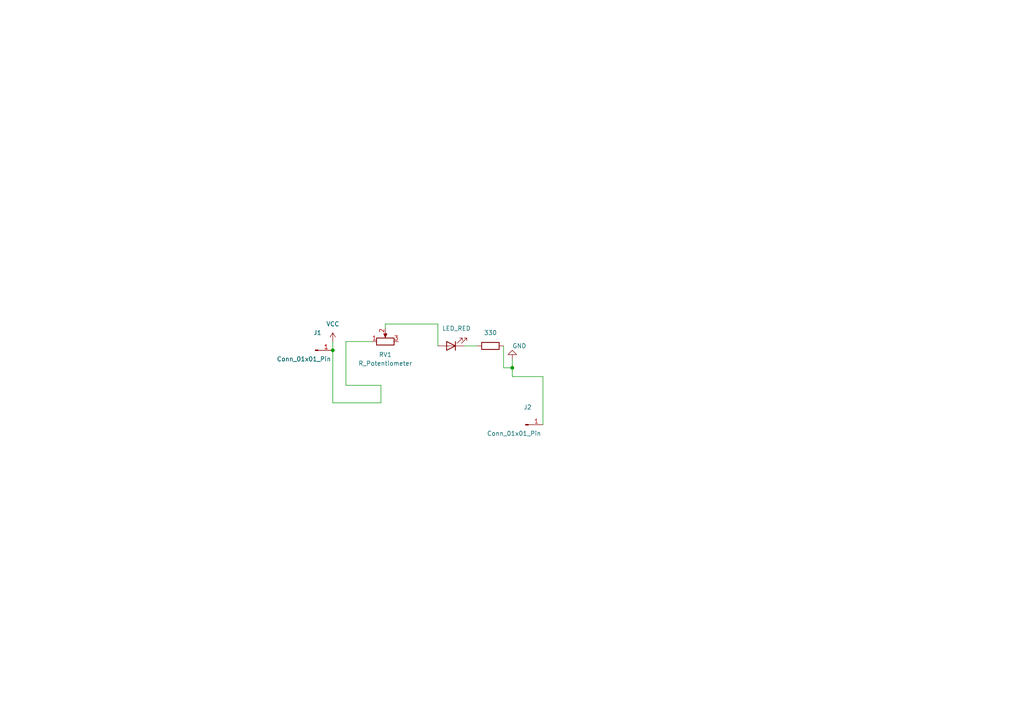
<source format=kicad_sch>
(kicad_sch (version 20231120) (generator "eeschema") (generator_version "8.0")
  (paper "A4")
  (lib_symbols
    (symbol "Connector:Conn_01x01_Pin" (pin_names (offset 1.016) hide)
      (property "Reference" "J" (at 0 2.54 0))
      (property "Value" "Conn_01x01_Pin" (at 0 -2.54 0))
      (symbol "Conn_01x01_Pin_1_1"
        (polyline (pts (xy 1.27 0) (xy 0.8636 0)) (stroke (width 0.1524)))
        (rectangle (start 0.8636 0.127) (end 0 -0.127) (stroke (width 0.1524)) (fill (type outline)))
        (pin passive line (at 5.08 0 180) (length 3.81) (name "Pin_1") (number "1"))
      )
    )
    (symbol "Device:LED" (pin_numbers hide) (pin_names (offset 1.016) hide)
      (property "Reference" "D" (at 0 2.54 0))
      (property "Value" "LED" (at 0 -2.54 0))
      (symbol "LED_0_1"
        (polyline (pts (xy -1.27 -1.27) (xy -1.27 1.27)) (stroke (width 0.254)))
        (polyline (pts (xy -1.27 0) (xy 1.27 0)))
        (polyline (pts (xy 1.27 -1.27) (xy 1.27 1.27) (xy -1.27 0) (xy 1.27 -1.27)) (stroke (width 0.254)))
        (polyline (pts (xy -3.048 -0.762) (xy -4.572 -2.286) (xy -3.81 -2.286) (xy -4.572 -2.286) (xy -4.572 -1.524)))
        (polyline (pts (xy -1.778 -0.762) (xy -3.302 -2.286) (xy -2.54 -2.286) (xy -3.302 -2.286) (xy -3.302 -1.524)))
      )
      (symbol "LED_1_1"
        (pin passive line (at -3.81 0 0) (length 2.54) (name "K") (number "1"))
        (pin passive line (at 3.81 0 180) (length 2.54) (name "A") (number "2"))
      )
    )
    (symbol "Device:R" (pin_numbers hide) (pin_names (offset 0))
      (property "Reference" "R" (at 2.032 0 90))
      (property "Value" "R" (at 0 0 90))
      (symbol "R_0_1"
        (rectangle (start -1.016 -2.54) (end 1.016 2.54) (stroke (width 0.254)))
      )
      (symbol "R_1_1"
        (pin passive line (at 0 3.81 270) (length 1.27) (name "~") (number "1"))
        (pin passive line (at 0 -3.81 90) (length 1.27) (name "~") (number "2"))
      )
    )
    (symbol "Device:R_Potentiometer" (pin_names (offset 1.016) hide)
      (property "Reference" "RV" (at -4.445 0 90))
      (property "Value" "R_Potentiometer" (at -2.54 0 90))
      (symbol "R_Potentiometer_0_1"
        (polyline (pts (xy 2.54 0) (xy 1.524 0)))
        (polyline (pts (xy 1.143 0) (xy 2.286 0.508) (xy 2.286 -0.508) (xy 1.143 0)) (fill (type outline)))
        (rectangle (start 1.016 2.54) (end -1.016 -2.54) (stroke (width 0.254)))
      )
      (symbol "R_Potentiometer_1_1"
        (pin passive line (at 0 3.81 270) (length 1.27) (name "1") (number "1"))
        (pin passive line (at 3.81 0 180) (length 1.27) (name "2") (number "2"))
        (pin passive line (at 0 -3.81 90) (length 1.27) (name "3") (number "3"))
      )
    )
    (symbol "power:GND" (power) (pin_numbers hide) (pin_names (offset 0) hide)
      (property "Value" "GND" (at 0 -3.81 0))
      (symbol "GND_0_1"
        (polyline (pts (xy 0 0) (xy 0 -1.27) (xy 1.27 -1.27) (xy 0 -2.54) (xy -1.27 -1.27) (xy 0 -1.27)))
      )
      (symbol "GND_1_1"
        (pin power_in line (at 0 0 270) (length 0) (name "~") (number "1"))
      )
    )
    (symbol "power:VCC" (power) (pin_numbers hide) (pin_names (offset 0) hide)
      (property "Value" "VCC" (at 0 3.556 0))
      (symbol "VCC_0_1"
        (polyline (pts (xy -0.762 1.27) (xy 0 2.54)))
        (polyline (pts (xy 0 0) (xy 0 2.54)))
        (polyline (pts (xy 0 2.54) (xy 0.762 1.27)))
      )
      (symbol "VCC_1_1"
        (pin power_in line (at 0 0 90) (length 0) (name "~") (number "1"))
      )
    )
  )
  (junction (at 96.52 101.6))
  (junction (at 148.59 106.68))
  (wire (pts (xy 127 93.98) (xy 127 100.33)))
  (wire (pts (xy 96.52 99.06) (xy 96.52 101.6)))
  (wire (pts (xy 146.05 100.33) (xy 146.05 106.68)))
  (wire (pts (xy 146.05 106.68) (xy 148.59 106.68)))
  (wire (pts (xy 96.52 116.84) (xy 110.49 116.84)))
  (wire (pts (xy 148.59 109.22) (xy 148.59 106.68)))
  (wire (pts (xy 100.33 111.76) (xy 110.49 111.76)))
  (wire (pts (xy 100.33 99.06) (xy 100.33 111.76)))
  (wire (pts (xy 134.62 100.33) (xy 138.43 100.33)))
  (wire (pts (xy 96.52 101.6) (xy 96.52 116.84)))
  (wire (pts (xy 157.48 109.22) (xy 148.59 109.22)))
  (wire (pts (xy 148.59 106.68) (xy 148.59 104.14)))
  (wire (pts (xy 110.49 111.76) (xy 110.49 116.84)))
  (wire (pts (xy 111.76 95.25) (xy 111.76 93.98)))
  (wire (pts (xy 107.95 99.06) (xy 100.33 99.06)))
  (wire (pts (xy 157.48 123.19) (xy 157.48 109.22)))
  (wire (pts (xy 111.76 93.98) (xy 127 93.98)))
  (symbol (lib_id "Device:LED") (at 130.81 100.33 180) (unit 1)
    (property "Reference" "D2" (effects (hide yes)))
    (property "Value" "LED_RED" (at 132.3975 95.25 0))
    (property "Footprint" "LED_THT:LED_D3.0mm_FlatTop" (effects (hide yes)))
    (property "Description" "Light emitting diode" (effects (hide yes)))
  )
  (symbol (lib_id "Device:R_Potentiometer") (at 111.76 99.06 90) (unit 1)
    (property "Reference" "RV1" (at 111.76 102.87 90))
    (property "Value" "R_Potentiometer" (at 111.76 105.41 90))
    (property "Footprint" "Potentiometer_SMD:Potentiometer_ACP_CA6-VSMD_Vertical" (effects (hide yes)))
    (property "Description" "Potentiometer" (effects (hide yes)))
  )
  (symbol (lib_id "Connector:Conn_01x01_Pin") (at 91.44 101.6 0) (unit 1)
    (property "Reference" "J1" (at 92.075 96.52 0))
    (property "Value" "Conn_01x01_Pin" (at 88.138 104.14 0))
    (property "Footprint" "Connector_PinHeader_1.27mm:PinHeader_1x01_P1.27mm_Vertical" (effects (hide yes)))
    (property "Description" "Generic connector, single row, 01x01, script generated" (effects (hide yes)))
  )
  (symbol (lib_id "Connector:Conn_01x01_Pin") (at 152.4 123.19 0) (unit 1)
    (property "Reference" "J2" (at 153.035 118.11 0))
    (property "Value" "Conn_01x01_Pin" (at 149.098 125.73 0))
    (property "Footprint" "Connector_PinHeader_1.27mm:PinHeader_1x01_P1.27mm_Horizontal" (effects (hide yes)))
    (property "Description" "Generic connector, single row, 01x01, script generated" (effects (hide yes)))
  )
  (symbol (lib_id "power:VCC") (at 96.52 99.06 0) (unit 1)
    (property "Reference" "#PWR01" (effects (hide yes)))
    (property "Value" "VCC" (at 96.52 93.98 0))
    (property "Description" "Power symbol creates a global label with name \"VCC\"" (effects (hide yes)))
  )
  (symbol (lib_id "Device:R") (at 142.24 100.33 90) (unit 1)
    (property "Reference" "R1" (effects (hide yes)))
    (property "Value" "330" (at 142.24 96.52 90))
    (property "Footprint" "Resistor_THT:R_Array_SIP5" (effects (hide yes)))
    (property "Description" "Resistor" (effects (hide yes)))
  )
  (symbol (lib_id "power:GND") (at 148.59 104.14 180) (unit 1)
    (property "Reference" "#PWR02" (effects (hide yes)))
    (property "Value" "GND" (at 148.5899 100.33 0) (effects (justify right)))
    (property "Description" "Power symbol creates a global label with name \"GND\" , ground" (effects (hide yes)))
  )
)
</source>
